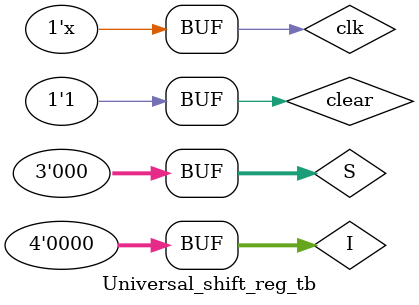
<source format=v>
module Universal_shift_reg_tb;

	// Inputs
	reg clk;
	reg clear;
	reg [2:0] S;
	reg [3:0] I;

	// Outputs
	wire [3:0] O;

	// Instantiate the Unit Under Test (UUT)
	universal_shift_reg uut (
		.O(O), 
		.clk(clk), 
		.clear(clear), 
		.S(S), 
		.I(I)
	);

always #50 clk = ~clk ;

	initial begin
        $dumpfile("tb.vcd");
        $dumpvars(0,Universal_shift_reg_tb);

		clk = 1'b0;
		clear = 1'b1;
		I = 4'b1001;
		S = 3'b011;

		#10 clear = 1'b0;
		
		#50 clear = 1'b1;
			
		#140 S = 3'b100;
			  I = 4'b0000;
				
		#100 S = 3'b111;
			  
		#100 S = 3'b110;

		#100 S = 3'b101;		

	   #100 S = 3'b010;
		
		#100 S = 3'b001;
		
		#100 S = 3'b000;

	end
      
endmodule

</source>
